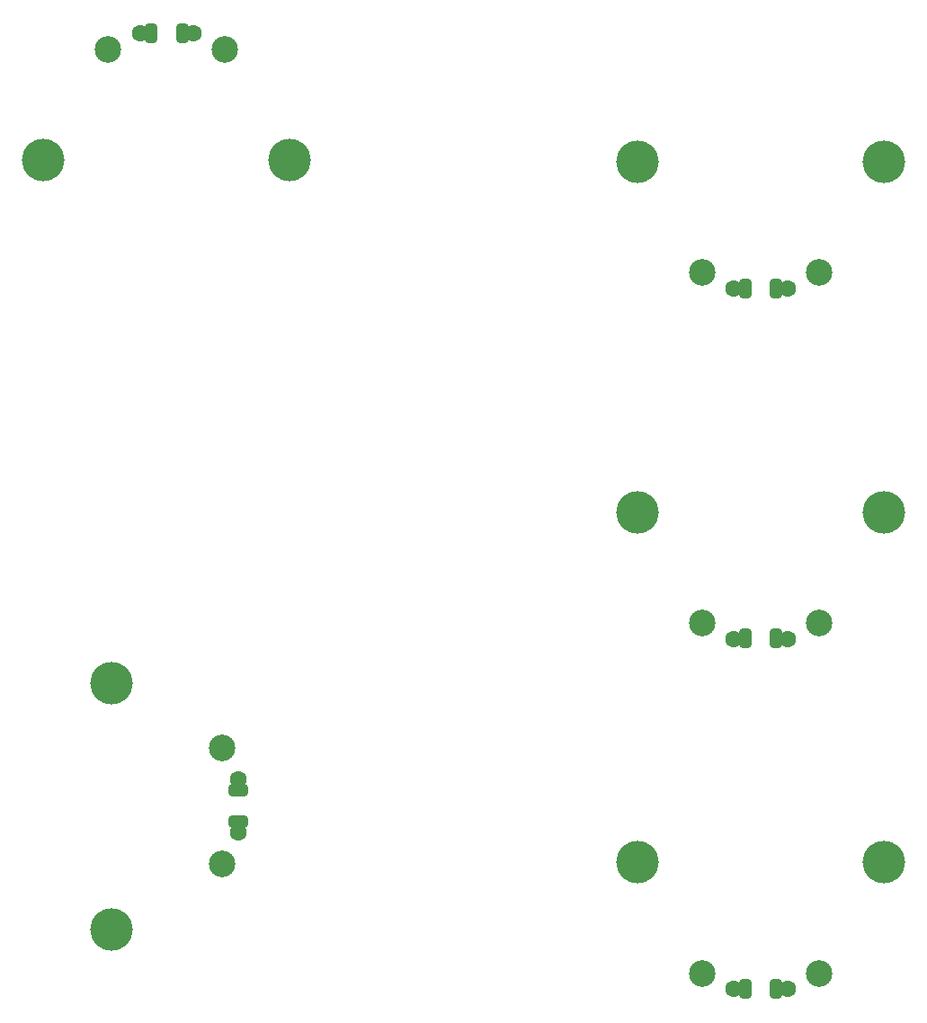
<source format=gbr>
%TF.GenerationSoftware,KiCad,Pcbnew,7.0.5-7.0.5~ubuntu22.04.1*%
%TF.CreationDate,2025-02-26T12:57:44+00:00*%
%TF.ProjectId,PBA0019-T50-6-trap,50424130-3031-4392-9d54-35302d362d74,1.0*%
%TF.SameCoordinates,Original*%
%TF.FileFunction,Soldermask,Bot*%
%TF.FilePolarity,Negative*%
%FSLAX46Y46*%
G04 Gerber Fmt 4.6, Leading zero omitted, Abs format (unit mm)*
G04 Created by KiCad (PCBNEW 7.0.5-7.0.5~ubuntu22.04.1) date 2025-02-26 12:57:44*
%MOMM*%
%LPD*%
G01*
G04 APERTURE LIST*
G04 Aperture macros list*
%AMRoundRect*
0 Rectangle with rounded corners*
0 $1 Rounding radius*
0 $2 $3 $4 $5 $6 $7 $8 $9 X,Y pos of 4 corners*
0 Add a 4 corners polygon primitive as box body*
4,1,4,$2,$3,$4,$5,$6,$7,$8,$9,$2,$3,0*
0 Add four circle primitives for the rounded corners*
1,1,$1+$1,$2,$3*
1,1,$1+$1,$4,$5*
1,1,$1+$1,$6,$7*
1,1,$1+$1,$8,$9*
0 Add four rect primitives between the rounded corners*
20,1,$1+$1,$2,$3,$4,$5,0*
20,1,$1+$1,$4,$5,$6,$7,0*
20,1,$1+$1,$6,$7,$8,$9,0*
20,1,$1+$1,$8,$9,$2,$3,0*%
G04 Aperture macros list end*
%ADD10C,4.000000*%
%ADD11C,1.600000*%
%ADD12C,2.500000*%
%ADD13RoundRect,0.249999X0.325001X0.650001X-0.325001X0.650001X-0.325001X-0.650001X0.325001X-0.650001X0*%
%ADD14RoundRect,0.249999X-0.650001X0.325001X-0.650001X-0.325001X0.650001X-0.325001X0.650001X0.325001X0*%
%ADD15RoundRect,0.249999X-0.325001X-0.650001X0.325001X-0.650001X0.325001X0.650001X-0.325001X0.650001X0*%
G04 APERTURE END LIST*
D10*
%TO.C,H2*%
X158625000Y-55075000D03*
%TD*%
%TO.C,H4*%
X181825000Y-55075000D03*
%TD*%
D11*
%TO.C,C1*%
X172725000Y-67015000D03*
X167725000Y-67015000D03*
%TD*%
D12*
%TO.C,L1*%
X164750000Y-65500000D03*
X175750000Y-65500000D03*
%TD*%
%TO.C,L1*%
X164750000Y-131500000D03*
X175750000Y-131500000D03*
%TD*%
D10*
%TO.C,H4*%
X181825000Y-88075000D03*
%TD*%
%TO.C,H2*%
X158625000Y-88075000D03*
%TD*%
D12*
%TO.C,L1*%
X164750000Y-98500000D03*
X175750000Y-98500000D03*
%TD*%
D11*
%TO.C,C1*%
X172725000Y-100015000D03*
X167725000Y-100015000D03*
%TD*%
%TO.C,C1*%
X172725000Y-133015000D03*
X167725000Y-133015000D03*
%TD*%
D10*
%TO.C,H2*%
X158625000Y-121075000D03*
%TD*%
%TO.C,H4*%
X181825000Y-121075000D03*
%TD*%
%TO.C,H2*%
X109075000Y-127375000D03*
%TD*%
%TO.C,H4*%
X109075000Y-104175000D03*
%TD*%
D11*
%TO.C,C1*%
X121015000Y-113275000D03*
X121015000Y-118275000D03*
%TD*%
D12*
%TO.C,L1*%
X119500000Y-121250000D03*
X119500000Y-110250000D03*
%TD*%
D10*
%TO.C,H2*%
X125875000Y-54925000D03*
%TD*%
%TO.C,H4*%
X102675000Y-54925000D03*
%TD*%
D11*
%TO.C,C1*%
X111775000Y-42985000D03*
X116775000Y-42985000D03*
%TD*%
D12*
%TO.C,L1*%
X119750000Y-44500000D03*
X108750000Y-44500000D03*
%TD*%
D13*
%TO.C,C2*%
X171700000Y-67000000D03*
X168750000Y-67000000D03*
%TD*%
%TO.C,C2*%
X171700000Y-100000000D03*
X168750000Y-100000000D03*
%TD*%
%TO.C,C2*%
X171700000Y-133000000D03*
X168750000Y-133000000D03*
%TD*%
D14*
%TO.C,C2*%
X121000000Y-114300000D03*
X121000000Y-117250000D03*
%TD*%
D15*
%TO.C,C2*%
X112800000Y-43000000D03*
X115750000Y-43000000D03*
%TD*%
M02*

</source>
